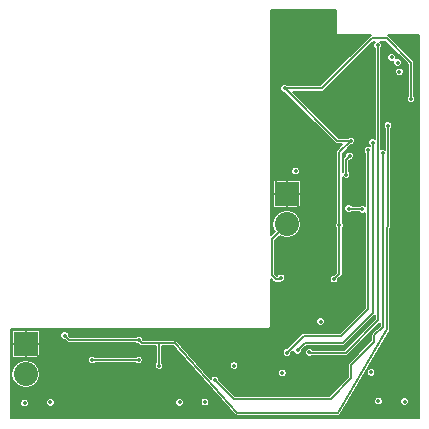
<source format=gbl>
G04 #@! TF.FileFunction,Copper,L4,Bot,Signal*
%FSLAX46Y46*%
G04 Gerber Fmt 4.6, Leading zero omitted, Abs format (unit mm)*
G04 Created by KiCad (PCBNEW (2015-07-20 BZR 5967)-product) date Monday, September 28, 2015 'PMt' 07:14:34 PM*
%MOMM*%
G01*
G04 APERTURE LIST*
%ADD10C,0.100000*%
%ADD11R,2.032000X2.032000*%
%ADD12O,2.032000X2.032000*%
%ADD13C,0.355000*%
%ADD14C,0.127000*%
%ADD15C,0.200000*%
G04 APERTURE END LIST*
D10*
D11*
X173800000Y-96500000D03*
D12*
X173800000Y-99040000D03*
D11*
X151700000Y-109200000D03*
D12*
X151700000Y-111740000D03*
D13*
X161250000Y-112550000D03*
X174613000Y-85029040D03*
X177700000Y-111940000D03*
X180000000Y-104650000D03*
X173300000Y-102650000D03*
X184302400Y-88417400D03*
X169325000Y-111035000D03*
X151590000Y-114200000D03*
X164725000Y-114145000D03*
X181550000Y-114030000D03*
X177800000Y-103700000D03*
X173600000Y-87550000D03*
X179200000Y-92000000D03*
X178250000Y-99150000D03*
X162975000Y-111035000D03*
X155000000Y-108500000D03*
X182350000Y-90700000D03*
X161250000Y-108850000D03*
X161250000Y-110550000D03*
X157300000Y-110550000D03*
X167700000Y-112250000D03*
X181900000Y-93050000D03*
X183330000Y-86160000D03*
X183770000Y-114080000D03*
X183170000Y-85360000D03*
X166860000Y-114110000D03*
X182680000Y-84920000D03*
X153760000Y-114140000D03*
X178816000Y-94843600D03*
X179120800Y-93268800D03*
X179044600Y-97739200D03*
X180187600Y-97790000D03*
X181051200Y-92146120D03*
X174708820Y-109720380D03*
X180662580Y-92801440D03*
X173804580Y-109923580D03*
X181493160Y-83903820D03*
X175701960Y-109888020D03*
X173400000Y-111650000D03*
X180925000Y-111590000D03*
X176660000Y-107290000D03*
X174550000Y-94550000D03*
X173300000Y-103600000D03*
D14*
X153900000Y-111400000D02*
X151700000Y-109200000D01*
X160100000Y-111400000D02*
X153900000Y-111400000D01*
X161250000Y-112550000D02*
X160100000Y-111400000D01*
X172850000Y-95550000D02*
X172850000Y-87450000D01*
X174100000Y-86200000D02*
X172850000Y-87450000D01*
X174100000Y-85542040D02*
X174100000Y-86200000D01*
X174100000Y-85542040D02*
X174613000Y-85029040D01*
X172850000Y-95550000D02*
X173800000Y-96500000D01*
X177700000Y-111940000D02*
X176560000Y-110800000D01*
X176560000Y-110800000D02*
X173500000Y-110800000D01*
X173500000Y-110800000D02*
X172800000Y-110100000D01*
X172800000Y-110100000D02*
X172800000Y-105150000D01*
X172800000Y-105150000D02*
X173350000Y-104600000D01*
X173350000Y-104600000D02*
X175250000Y-104600000D01*
X175200000Y-100750000D02*
X173300000Y-102650000D01*
X175200000Y-100750000D02*
X175200000Y-97900000D01*
X173800000Y-96500000D02*
X175200000Y-97900000D01*
X175250000Y-104600000D02*
X173300000Y-102650000D01*
X179950000Y-104600000D02*
X175250000Y-104600000D01*
X179950000Y-104600000D02*
X180000000Y-104650000D01*
D15*
X173600000Y-87550000D02*
X176762400Y-87550000D01*
X184302400Y-85369400D02*
X184302400Y-88417400D01*
X182245000Y-83312000D02*
X184302400Y-85369400D01*
X181000400Y-83312000D02*
X182245000Y-83312000D01*
X176762400Y-87550000D02*
X181000400Y-83312000D01*
D14*
X178250000Y-103250000D02*
X177800000Y-103700000D01*
D15*
X178250000Y-99150000D02*
X178250000Y-103250000D01*
X179200000Y-92000000D02*
X178050000Y-92000000D01*
X178050000Y-92000000D02*
X173600000Y-87550000D01*
X179200000Y-92000000D02*
X178250000Y-92950000D01*
X178250000Y-92950000D02*
X178250000Y-99150000D01*
D14*
X163000000Y-109150000D02*
X163000000Y-111010000D01*
X163000000Y-111010000D02*
X162975000Y-111035000D01*
X161250000Y-108850000D02*
X155350000Y-108850000D01*
X155350000Y-108850000D02*
X155000000Y-108500000D01*
X182300000Y-107950000D02*
X182350000Y-90700000D01*
X178100000Y-115050000D02*
X182300000Y-107950000D01*
X169600000Y-115000000D02*
X178100000Y-115050000D01*
X164300000Y-109150000D02*
X169600000Y-115000000D01*
X161550000Y-109150000D02*
X163000000Y-109150000D01*
X163000000Y-109150000D02*
X164300000Y-109150000D01*
X161250000Y-108850000D02*
X161550000Y-109150000D01*
X161250000Y-110550000D02*
X157300000Y-110550000D01*
X181200000Y-108450000D02*
X181200000Y-109000000D01*
X181000000Y-109200000D02*
X179250000Y-110950000D01*
X179250000Y-110950000D02*
X179250000Y-112100000D01*
X179250000Y-112100000D02*
X177500000Y-113850000D01*
X177500000Y-113850000D02*
X169300000Y-113850000D01*
X169300000Y-113850000D02*
X167700000Y-112250000D01*
X181900000Y-93050000D02*
X181900000Y-107750000D01*
X181900000Y-107750000D02*
X181200000Y-108450000D01*
X181200000Y-109000000D02*
X181000000Y-109200000D01*
X178816000Y-93573600D02*
X178816000Y-94843600D01*
X179120800Y-93268800D02*
X178816000Y-93573600D01*
X179095400Y-97790000D02*
X180187600Y-97790000D01*
X179044600Y-97739200D02*
X179095400Y-97790000D01*
X181051200Y-106535220D02*
X181051200Y-92146120D01*
X178508660Y-109077760D02*
X181051200Y-106535220D01*
X175351440Y-109077760D02*
X178508660Y-109077760D01*
X174708820Y-109720380D02*
X175351440Y-109077760D01*
X180662580Y-106265980D02*
X180662580Y-92801440D01*
X178412140Y-108516420D02*
X180662580Y-106265980D01*
X175211740Y-108516420D02*
X178412140Y-108516420D01*
X173804580Y-109923580D02*
X175211740Y-108516420D01*
X181493160Y-107198160D02*
X181493160Y-83903820D01*
X178765200Y-109926120D02*
X181493160Y-107198160D01*
X175740060Y-109926120D02*
X178765200Y-109926120D01*
X175701960Y-109888020D02*
X175740060Y-109926120D01*
D15*
X172500000Y-100340000D02*
X173800000Y-99040000D01*
X172500000Y-103350000D02*
X172500000Y-100340000D01*
X172850000Y-103700000D02*
X172500000Y-103350000D01*
X173200000Y-103700000D02*
X172850000Y-103700000D01*
X173300000Y-103600000D02*
X173200000Y-103700000D01*
D14*
G36*
X178044585Y-92744585D02*
X177981613Y-92838830D01*
X177981613Y-92838831D01*
X177959499Y-92950000D01*
X177959500Y-92950005D01*
X177959500Y-98920015D01*
X177938206Y-98941272D01*
X177882064Y-99076479D01*
X177881936Y-99222879D01*
X177937842Y-99358183D01*
X177959500Y-99379879D01*
X177959500Y-103181290D01*
X177808783Y-103332007D01*
X177727121Y-103331936D01*
X177591817Y-103387842D01*
X177488206Y-103491272D01*
X177432064Y-103626479D01*
X177431936Y-103772879D01*
X177487842Y-103908183D01*
X177591272Y-104011794D01*
X177726479Y-104067936D01*
X177872879Y-104068064D01*
X178008183Y-104012158D01*
X178111794Y-103908728D01*
X178167936Y-103773521D01*
X178168008Y-103691202D01*
X178335771Y-103523439D01*
X178361170Y-103518387D01*
X178455415Y-103455415D01*
X178518387Y-103361170D01*
X178540500Y-103250000D01*
X178540500Y-99379985D01*
X178561794Y-99358728D01*
X178617936Y-99223521D01*
X178618064Y-99077121D01*
X178562158Y-98941817D01*
X178540500Y-98920121D01*
X178540500Y-95088505D01*
X178607272Y-95155394D01*
X178742479Y-95211536D01*
X178888879Y-95211664D01*
X179024183Y-95155758D01*
X179127794Y-95052328D01*
X179183936Y-94917121D01*
X179184064Y-94770721D01*
X179128158Y-94635417D01*
X179070000Y-94577157D01*
X179070000Y-93678810D01*
X179112017Y-93636793D01*
X179193679Y-93636864D01*
X179328983Y-93580958D01*
X179432594Y-93477528D01*
X179488736Y-93342321D01*
X179488864Y-93195921D01*
X179432958Y-93060617D01*
X179329528Y-92957006D01*
X179194321Y-92900864D01*
X179047921Y-92900736D01*
X178912617Y-92956642D01*
X178809006Y-93060072D01*
X178752864Y-93195279D01*
X178752792Y-93277598D01*
X178636395Y-93393995D01*
X178581335Y-93476398D01*
X178562000Y-93573600D01*
X178562000Y-94577179D01*
X178540500Y-94598641D01*
X178540500Y-93070330D01*
X179242791Y-92368038D01*
X179272879Y-92368064D01*
X179408183Y-92312158D01*
X179511794Y-92208728D01*
X179567936Y-92073521D01*
X179568064Y-91927121D01*
X179512158Y-91791817D01*
X179408728Y-91688206D01*
X179273521Y-91632064D01*
X179127121Y-91631936D01*
X178991817Y-91687842D01*
X178970121Y-91709500D01*
X178170329Y-91709500D01*
X174301330Y-87840500D01*
X176762395Y-87840500D01*
X176762400Y-87840501D01*
X176855125Y-87822056D01*
X176873570Y-87818387D01*
X176967815Y-87755415D01*
X181120729Y-83602500D01*
X181274120Y-83602500D01*
X181181366Y-83695092D01*
X181125224Y-83830299D01*
X181125096Y-83976699D01*
X181181002Y-84112003D01*
X181239160Y-84170263D01*
X181239160Y-91825703D01*
X181124721Y-91778184D01*
X180978321Y-91778056D01*
X180843017Y-91833962D01*
X180739406Y-91937392D01*
X180683264Y-92072599D01*
X180683136Y-92218999D01*
X180739042Y-92354303D01*
X180797200Y-92412563D01*
X180797200Y-92458874D01*
X180736101Y-92433504D01*
X180589701Y-92433376D01*
X180454397Y-92489282D01*
X180350786Y-92592712D01*
X180294644Y-92727919D01*
X180294516Y-92874319D01*
X180350422Y-93009623D01*
X180408580Y-93067883D01*
X180408580Y-97490479D01*
X180396328Y-97478206D01*
X180261121Y-97422064D01*
X180114721Y-97421936D01*
X179979417Y-97477842D01*
X179921157Y-97536000D01*
X179358817Y-97536000D01*
X179356758Y-97531017D01*
X179253328Y-97427406D01*
X179118121Y-97371264D01*
X178971721Y-97371136D01*
X178836417Y-97427042D01*
X178732806Y-97530472D01*
X178676664Y-97665679D01*
X178676536Y-97812079D01*
X178732442Y-97947383D01*
X178835872Y-98050994D01*
X178971079Y-98107136D01*
X179117479Y-98107264D01*
X179252783Y-98051358D01*
X179260154Y-98044000D01*
X179921179Y-98044000D01*
X179978872Y-98101794D01*
X180114079Y-98157936D01*
X180260479Y-98158064D01*
X180395783Y-98102158D01*
X180408580Y-98089383D01*
X180408580Y-106160770D01*
X178306930Y-108262420D01*
X175211740Y-108262420D01*
X175114539Y-108281754D01*
X175032135Y-108336815D01*
X173813363Y-109555587D01*
X173731701Y-109555516D01*
X173596397Y-109611422D01*
X173492786Y-109714852D01*
X173436644Y-109850059D01*
X173436516Y-109996459D01*
X173492422Y-110131763D01*
X173595852Y-110235374D01*
X173731059Y-110291516D01*
X173877459Y-110291644D01*
X174012763Y-110235738D01*
X174116374Y-110132308D01*
X174172516Y-109997101D01*
X174172588Y-109914782D01*
X174340797Y-109746573D01*
X174340756Y-109793259D01*
X174396662Y-109928563D01*
X174500092Y-110032174D01*
X174635299Y-110088316D01*
X174781699Y-110088444D01*
X174917003Y-110032538D01*
X175020614Y-109929108D01*
X175076756Y-109793901D01*
X175076828Y-109711582D01*
X175456650Y-109331760D01*
X178508660Y-109331760D01*
X178605862Y-109312425D01*
X178688265Y-109257365D01*
X181230805Y-106714825D01*
X181239160Y-106702321D01*
X181239160Y-107092950D01*
X178659990Y-109672120D01*
X176006414Y-109672120D01*
X175910688Y-109576226D01*
X175775481Y-109520084D01*
X175629081Y-109519956D01*
X175493777Y-109575862D01*
X175390166Y-109679292D01*
X175334024Y-109814499D01*
X175333896Y-109960899D01*
X175389802Y-110096203D01*
X175493232Y-110199814D01*
X175628439Y-110255956D01*
X175774839Y-110256084D01*
X175910143Y-110200178D01*
X175930236Y-110180120D01*
X178765200Y-110180120D01*
X178862402Y-110160785D01*
X178944805Y-110105725D01*
X181646000Y-107404530D01*
X181646000Y-107644790D01*
X181020395Y-108270395D01*
X180965335Y-108352798D01*
X180946000Y-108450000D01*
X180946000Y-108894790D01*
X179070395Y-110770395D01*
X179015335Y-110852798D01*
X178996000Y-110950000D01*
X178996000Y-111994790D01*
X177394790Y-113596000D01*
X169405210Y-113596000D01*
X168067993Y-112258783D01*
X168068064Y-112177121D01*
X168012158Y-112041817D01*
X167908728Y-111938206D01*
X167773521Y-111882064D01*
X167627121Y-111881936D01*
X167491817Y-111937842D01*
X167388206Y-112041272D01*
X167348600Y-112136656D01*
X166973726Y-111722879D01*
X173031936Y-111722879D01*
X173087842Y-111858183D01*
X173191272Y-111961794D01*
X173326479Y-112017936D01*
X173472879Y-112018064D01*
X173608183Y-111962158D01*
X173711794Y-111858728D01*
X173767936Y-111723521D01*
X173768064Y-111577121D01*
X173712158Y-111441817D01*
X173608728Y-111338206D01*
X173473521Y-111282064D01*
X173327121Y-111281936D01*
X173191817Y-111337842D01*
X173088206Y-111441272D01*
X173032064Y-111576479D01*
X173031936Y-111722879D01*
X166973726Y-111722879D01*
X166416546Y-111107879D01*
X168956936Y-111107879D01*
X169012842Y-111243183D01*
X169116272Y-111346794D01*
X169251479Y-111402936D01*
X169397879Y-111403064D01*
X169533183Y-111347158D01*
X169636794Y-111243728D01*
X169692936Y-111108521D01*
X169693064Y-110962121D01*
X169637158Y-110826817D01*
X169533728Y-110723206D01*
X169398521Y-110667064D01*
X169252121Y-110666936D01*
X169116817Y-110722842D01*
X169013206Y-110826272D01*
X168957064Y-110961479D01*
X168956936Y-111107879D01*
X166416546Y-111107879D01*
X164488236Y-108979462D01*
X164483134Y-108975677D01*
X164479605Y-108970395D01*
X164443509Y-108946276D01*
X164408644Y-108920408D01*
X164402483Y-108918863D01*
X164397202Y-108915335D01*
X164354623Y-108906865D01*
X164312514Y-108896309D01*
X164306232Y-108897240D01*
X164300000Y-108896000D01*
X161655210Y-108896000D01*
X161617993Y-108858783D01*
X161618064Y-108777121D01*
X161562158Y-108641817D01*
X161458728Y-108538206D01*
X161323521Y-108482064D01*
X161177121Y-108481936D01*
X161041817Y-108537842D01*
X160983557Y-108596000D01*
X155455210Y-108596000D01*
X155367993Y-108508783D01*
X155368064Y-108427121D01*
X155312158Y-108291817D01*
X155208728Y-108188206D01*
X155073521Y-108132064D01*
X154927121Y-108131936D01*
X154791817Y-108187842D01*
X154688206Y-108291272D01*
X154632064Y-108426479D01*
X154631936Y-108572879D01*
X154687842Y-108708183D01*
X154791272Y-108811794D01*
X154926479Y-108867936D01*
X155008798Y-108868008D01*
X155170395Y-109029605D01*
X155252799Y-109084666D01*
X155350000Y-109104000D01*
X160983579Y-109104000D01*
X161041272Y-109161794D01*
X161176479Y-109217936D01*
X161258798Y-109218008D01*
X161370395Y-109329605D01*
X161452798Y-109384665D01*
X161550000Y-109404000D01*
X162746000Y-109404000D01*
X162746000Y-110743623D01*
X162663206Y-110826272D01*
X162607064Y-110961479D01*
X162606936Y-111107879D01*
X162662842Y-111243183D01*
X162766272Y-111346794D01*
X162901479Y-111402936D01*
X163047879Y-111403064D01*
X163183183Y-111347158D01*
X163286794Y-111243728D01*
X163342936Y-111108521D01*
X163343064Y-110962121D01*
X163287158Y-110826817D01*
X163254000Y-110793601D01*
X163254000Y-109404000D01*
X164187379Y-109404000D01*
X169411764Y-115170539D01*
X169416262Y-115173876D01*
X169419342Y-115178545D01*
X169455890Y-115203278D01*
X169491356Y-115229592D01*
X169496785Y-115230953D01*
X169501419Y-115234089D01*
X169544656Y-115242955D01*
X169587486Y-115253692D01*
X169593023Y-115252872D01*
X169598506Y-115253996D01*
X178098506Y-115303996D01*
X178130555Y-115297817D01*
X178163140Y-115296027D01*
X178178781Y-115288518D01*
X178195820Y-115285233D01*
X178223063Y-115267260D01*
X178252483Y-115253137D01*
X178264061Y-115240213D01*
X178278545Y-115230658D01*
X178296835Y-115203631D01*
X178318614Y-115179321D01*
X178955382Y-114102879D01*
X181181936Y-114102879D01*
X181237842Y-114238183D01*
X181341272Y-114341794D01*
X181476479Y-114397936D01*
X181622879Y-114398064D01*
X181758183Y-114342158D01*
X181861794Y-114238728D01*
X181897441Y-114152879D01*
X183401936Y-114152879D01*
X183457842Y-114288183D01*
X183561272Y-114391794D01*
X183696479Y-114447936D01*
X183842879Y-114448064D01*
X183978183Y-114392158D01*
X184081794Y-114288728D01*
X184137936Y-114153521D01*
X184138064Y-114007121D01*
X184082158Y-113871817D01*
X183978728Y-113768206D01*
X183843521Y-113712064D01*
X183697121Y-113711936D01*
X183561817Y-113767842D01*
X183458206Y-113871272D01*
X183402064Y-114006479D01*
X183401936Y-114152879D01*
X181897441Y-114152879D01*
X181917936Y-114103521D01*
X181918064Y-113957121D01*
X181862158Y-113821817D01*
X181758728Y-113718206D01*
X181623521Y-113662064D01*
X181477121Y-113661936D01*
X181341817Y-113717842D01*
X181238206Y-113821272D01*
X181182064Y-113956479D01*
X181181936Y-114102879D01*
X178955382Y-114102879D01*
X180398762Y-111662879D01*
X180556936Y-111662879D01*
X180612842Y-111798183D01*
X180716272Y-111901794D01*
X180851479Y-111957936D01*
X180997879Y-111958064D01*
X181133183Y-111902158D01*
X181236794Y-111798728D01*
X181292936Y-111663521D01*
X181293064Y-111517121D01*
X181237158Y-111381817D01*
X181133728Y-111278206D01*
X180998521Y-111222064D01*
X180852121Y-111221936D01*
X180716817Y-111277842D01*
X180613206Y-111381272D01*
X180557064Y-111516479D01*
X180556936Y-111662879D01*
X180398762Y-111662879D01*
X182518614Y-108079321D01*
X182524490Y-108062594D01*
X182534382Y-108047882D01*
X182540768Y-108016259D01*
X182551462Y-107985817D01*
X182550490Y-107968114D01*
X182553999Y-107950736D01*
X182603227Y-90967193D01*
X182661794Y-90908728D01*
X182717936Y-90773521D01*
X182718064Y-90627121D01*
X182662158Y-90491817D01*
X182558728Y-90388206D01*
X182423521Y-90332064D01*
X182277121Y-90331936D01*
X182141817Y-90387842D01*
X182038206Y-90491272D01*
X181982064Y-90626479D01*
X181981936Y-90772879D01*
X182037842Y-90908183D01*
X182095229Y-90965670D01*
X182090113Y-92730477D01*
X181973521Y-92682064D01*
X181827121Y-92681936D01*
X181747160Y-92714975D01*
X181747160Y-86232879D01*
X182961936Y-86232879D01*
X183017842Y-86368183D01*
X183121272Y-86471794D01*
X183256479Y-86527936D01*
X183402879Y-86528064D01*
X183538183Y-86472158D01*
X183641794Y-86368728D01*
X183697936Y-86233521D01*
X183698064Y-86087121D01*
X183642158Y-85951817D01*
X183538728Y-85848206D01*
X183403521Y-85792064D01*
X183257121Y-85791936D01*
X183121817Y-85847842D01*
X183018206Y-85951272D01*
X182962064Y-86086479D01*
X182961936Y-86232879D01*
X181747160Y-86232879D01*
X181747160Y-84992879D01*
X182311936Y-84992879D01*
X182367842Y-85128183D01*
X182471272Y-85231794D01*
X182606479Y-85287936D01*
X182752879Y-85288064D01*
X182811456Y-85263861D01*
X182802064Y-85286479D01*
X182801936Y-85432879D01*
X182857842Y-85568183D01*
X182961272Y-85671794D01*
X183096479Y-85727936D01*
X183242879Y-85728064D01*
X183378183Y-85672158D01*
X183481794Y-85568728D01*
X183537936Y-85433521D01*
X183538064Y-85287121D01*
X183482158Y-85151817D01*
X183378728Y-85048206D01*
X183243521Y-84992064D01*
X183097121Y-84991936D01*
X183038544Y-85016139D01*
X183047936Y-84993521D01*
X183048064Y-84847121D01*
X182992158Y-84711817D01*
X182888728Y-84608206D01*
X182753521Y-84552064D01*
X182607121Y-84551936D01*
X182471817Y-84607842D01*
X182368206Y-84711272D01*
X182312064Y-84846479D01*
X182311936Y-84992879D01*
X181747160Y-84992879D01*
X181747160Y-84170241D01*
X181804954Y-84112548D01*
X181861096Y-83977341D01*
X181861224Y-83830941D01*
X181805318Y-83695637D01*
X181712344Y-83602500D01*
X182124670Y-83602500D01*
X184011900Y-85489730D01*
X184011900Y-88187415D01*
X183990606Y-88208672D01*
X183934464Y-88343879D01*
X183934336Y-88490279D01*
X183990242Y-88625583D01*
X184093672Y-88729194D01*
X184228879Y-88785336D01*
X184375279Y-88785464D01*
X184510583Y-88729558D01*
X184614194Y-88626128D01*
X184670336Y-88490921D01*
X184670464Y-88344521D01*
X184614558Y-88209217D01*
X184592900Y-88187521D01*
X184592900Y-85369405D01*
X184592901Y-85369400D01*
X184570787Y-85258231D01*
X184570787Y-85258230D01*
X184507815Y-85163985D01*
X182450415Y-83106585D01*
X182356170Y-83043613D01*
X182355602Y-83043500D01*
X184959500Y-83043500D01*
X184959500Y-115459500D01*
X150440500Y-115459500D01*
X150440500Y-114272879D01*
X151221936Y-114272879D01*
X151277842Y-114408183D01*
X151381272Y-114511794D01*
X151516479Y-114567936D01*
X151662879Y-114568064D01*
X151798183Y-114512158D01*
X151901794Y-114408728D01*
X151957936Y-114273521D01*
X151957989Y-114212879D01*
X153391936Y-114212879D01*
X153447842Y-114348183D01*
X153551272Y-114451794D01*
X153686479Y-114507936D01*
X153832879Y-114508064D01*
X153968183Y-114452158D01*
X154071794Y-114348728D01*
X154126126Y-114217879D01*
X164356936Y-114217879D01*
X164412842Y-114353183D01*
X164516272Y-114456794D01*
X164651479Y-114512936D01*
X164797879Y-114513064D01*
X164933183Y-114457158D01*
X165036794Y-114353728D01*
X165092936Y-114218521D01*
X165092967Y-114182879D01*
X166491936Y-114182879D01*
X166547842Y-114318183D01*
X166651272Y-114421794D01*
X166786479Y-114477936D01*
X166932879Y-114478064D01*
X167068183Y-114422158D01*
X167171794Y-114318728D01*
X167227936Y-114183521D01*
X167228064Y-114037121D01*
X167172158Y-113901817D01*
X167068728Y-113798206D01*
X166933521Y-113742064D01*
X166787121Y-113741936D01*
X166651817Y-113797842D01*
X166548206Y-113901272D01*
X166492064Y-114036479D01*
X166491936Y-114182879D01*
X165092967Y-114182879D01*
X165093064Y-114072121D01*
X165037158Y-113936817D01*
X164933728Y-113833206D01*
X164798521Y-113777064D01*
X164652121Y-113776936D01*
X164516817Y-113832842D01*
X164413206Y-113936272D01*
X164357064Y-114071479D01*
X164356936Y-114217879D01*
X154126126Y-114217879D01*
X154127936Y-114213521D01*
X154128064Y-114067121D01*
X154072158Y-113931817D01*
X153968728Y-113828206D01*
X153833521Y-113772064D01*
X153687121Y-113771936D01*
X153551817Y-113827842D01*
X153448206Y-113931272D01*
X153392064Y-114066479D01*
X153391936Y-114212879D01*
X151957989Y-114212879D01*
X151958064Y-114127121D01*
X151902158Y-113991817D01*
X151798728Y-113888206D01*
X151663521Y-113832064D01*
X151517121Y-113831936D01*
X151381817Y-113887842D01*
X151278206Y-113991272D01*
X151222064Y-114126479D01*
X151221936Y-114272879D01*
X150440500Y-114272879D01*
X150440500Y-111740000D01*
X150469863Y-111740000D01*
X150561702Y-112201708D01*
X150823239Y-112593124D01*
X151214655Y-112854661D01*
X151676363Y-112946500D01*
X151723637Y-112946500D01*
X152185345Y-112854661D01*
X152576761Y-112593124D01*
X152838298Y-112201708D01*
X152930137Y-111740000D01*
X152838298Y-111278292D01*
X152576761Y-110886876D01*
X152185345Y-110625339D01*
X152172978Y-110622879D01*
X156931936Y-110622879D01*
X156987842Y-110758183D01*
X157091272Y-110861794D01*
X157226479Y-110917936D01*
X157372879Y-110918064D01*
X157508183Y-110862158D01*
X157566443Y-110804000D01*
X160983579Y-110804000D01*
X161041272Y-110861794D01*
X161176479Y-110917936D01*
X161322879Y-110918064D01*
X161458183Y-110862158D01*
X161561794Y-110758728D01*
X161617936Y-110623521D01*
X161618064Y-110477121D01*
X161562158Y-110341817D01*
X161458728Y-110238206D01*
X161323521Y-110182064D01*
X161177121Y-110181936D01*
X161041817Y-110237842D01*
X160983557Y-110296000D01*
X157566421Y-110296000D01*
X157508728Y-110238206D01*
X157373521Y-110182064D01*
X157227121Y-110181936D01*
X157091817Y-110237842D01*
X156988206Y-110341272D01*
X156932064Y-110476479D01*
X156931936Y-110622879D01*
X152172978Y-110622879D01*
X151723637Y-110533500D01*
X151676363Y-110533500D01*
X151214655Y-110625339D01*
X150823239Y-110886876D01*
X150561702Y-111278292D01*
X150469863Y-111740000D01*
X150440500Y-111740000D01*
X150440500Y-109248375D01*
X150492500Y-109248375D01*
X150492500Y-110254091D01*
X150521654Y-110324476D01*
X150575524Y-110378346D01*
X150645908Y-110407500D01*
X151651625Y-110407500D01*
X151699500Y-110359625D01*
X151699500Y-109200500D01*
X151700500Y-109200500D01*
X151700500Y-110359625D01*
X151748375Y-110407500D01*
X152754092Y-110407500D01*
X152824476Y-110378346D01*
X152878346Y-110324476D01*
X152907500Y-110254091D01*
X152907500Y-109248375D01*
X152859625Y-109200500D01*
X151700500Y-109200500D01*
X151699500Y-109200500D01*
X151699500Y-109200500D01*
X150540375Y-109200500D01*
X150492500Y-109248375D01*
X150440500Y-109248375D01*
X150440500Y-108145909D01*
X150492500Y-108145909D01*
X150492500Y-109151625D01*
X150540375Y-109199500D01*
X151699500Y-109199500D01*
X151699500Y-108040375D01*
X151700500Y-108040375D01*
X151700500Y-109199500D01*
X152859625Y-109199500D01*
X152907500Y-109151625D01*
X152907500Y-108145909D01*
X152878346Y-108075524D01*
X152824476Y-108021654D01*
X152754092Y-107992500D01*
X151748375Y-107992500D01*
X151700500Y-108040375D01*
X151699500Y-108040375D01*
X151699500Y-108040375D01*
X151651625Y-107992500D01*
X150645908Y-107992500D01*
X150575524Y-108021654D01*
X150521654Y-108075524D01*
X150492500Y-108145909D01*
X150440500Y-108145909D01*
X150440500Y-107940500D01*
X172200000Y-107940500D01*
X172292035Y-107922193D01*
X172370059Y-107870059D01*
X172422193Y-107792035D01*
X172440500Y-107700000D01*
X172440500Y-107362879D01*
X176291936Y-107362879D01*
X176347842Y-107498183D01*
X176451272Y-107601794D01*
X176586479Y-107657936D01*
X176732879Y-107658064D01*
X176868183Y-107602158D01*
X176971794Y-107498728D01*
X177027936Y-107363521D01*
X177028064Y-107217121D01*
X176972158Y-107081817D01*
X176868728Y-106978206D01*
X176733521Y-106922064D01*
X176587121Y-106921936D01*
X176451817Y-106977842D01*
X176348206Y-107081272D01*
X176292064Y-107216479D01*
X176291936Y-107362879D01*
X172440500Y-107362879D01*
X172440500Y-103701330D01*
X172644583Y-103905412D01*
X172644585Y-103905415D01*
X172688361Y-103934665D01*
X172738831Y-103968388D01*
X172850000Y-103990501D01*
X172850005Y-103990500D01*
X173199995Y-103990500D01*
X173200000Y-103990501D01*
X173292725Y-103972056D01*
X173311170Y-103968387D01*
X173311733Y-103968011D01*
X173372879Y-103968064D01*
X173508183Y-103912158D01*
X173611794Y-103808728D01*
X173667936Y-103673521D01*
X173668064Y-103527121D01*
X173612158Y-103391817D01*
X173508728Y-103288206D01*
X173373521Y-103232064D01*
X173227121Y-103231936D01*
X173091817Y-103287842D01*
X172988206Y-103391272D01*
X172980637Y-103409500D01*
X172970329Y-103409500D01*
X172790500Y-103229670D01*
X172790500Y-100460330D01*
X173183682Y-100067147D01*
X173314655Y-100154661D01*
X173776363Y-100246500D01*
X173823637Y-100246500D01*
X174285345Y-100154661D01*
X174676761Y-99893124D01*
X174938298Y-99501708D01*
X175030137Y-99040000D01*
X174938298Y-98578292D01*
X174676761Y-98186876D01*
X174285345Y-97925339D01*
X173823637Y-97833500D01*
X173776363Y-97833500D01*
X173314655Y-97925339D01*
X172923239Y-98186876D01*
X172661702Y-98578292D01*
X172569863Y-99040000D01*
X172661702Y-99501708D01*
X172768151Y-99661019D01*
X172440500Y-99988670D01*
X172440500Y-96548375D01*
X172592500Y-96548375D01*
X172592500Y-97554091D01*
X172621654Y-97624476D01*
X172675524Y-97678346D01*
X172745908Y-97707500D01*
X173751625Y-97707500D01*
X173799500Y-97659625D01*
X173799500Y-96500500D01*
X173800500Y-96500500D01*
X173800500Y-97659625D01*
X173848375Y-97707500D01*
X174854092Y-97707500D01*
X174924476Y-97678346D01*
X174978346Y-97624476D01*
X175007500Y-97554091D01*
X175007500Y-96548375D01*
X174959625Y-96500500D01*
X173800500Y-96500500D01*
X173799500Y-96500500D01*
X173799500Y-96500500D01*
X172640375Y-96500500D01*
X172592500Y-96548375D01*
X172440500Y-96548375D01*
X172440500Y-95445909D01*
X172592500Y-95445909D01*
X172592500Y-96451625D01*
X172640375Y-96499500D01*
X173799500Y-96499500D01*
X173799500Y-95340375D01*
X173800500Y-95340375D01*
X173800500Y-96499500D01*
X174959625Y-96499500D01*
X175007500Y-96451625D01*
X175007500Y-95445909D01*
X174978346Y-95375524D01*
X174924476Y-95321654D01*
X174854092Y-95292500D01*
X173848375Y-95292500D01*
X173800500Y-95340375D01*
X173799500Y-95340375D01*
X173799500Y-95340375D01*
X173751625Y-95292500D01*
X172745908Y-95292500D01*
X172675524Y-95321654D01*
X172621654Y-95375524D01*
X172592500Y-95445909D01*
X172440500Y-95445909D01*
X172440500Y-94622879D01*
X174181936Y-94622879D01*
X174237842Y-94758183D01*
X174341272Y-94861794D01*
X174476479Y-94917936D01*
X174622879Y-94918064D01*
X174758183Y-94862158D01*
X174861794Y-94758728D01*
X174917936Y-94623521D01*
X174918064Y-94477121D01*
X174862158Y-94341817D01*
X174758728Y-94238206D01*
X174623521Y-94182064D01*
X174477121Y-94181936D01*
X174341817Y-94237842D01*
X174238206Y-94341272D01*
X174182064Y-94476479D01*
X174181936Y-94622879D01*
X172440500Y-94622879D01*
X172440500Y-80940500D01*
X177966500Y-80940500D01*
X177966500Y-82980000D01*
X177971334Y-83004300D01*
X177985099Y-83024901D01*
X178005700Y-83038666D01*
X178030000Y-83043500D01*
X180889798Y-83043500D01*
X180889230Y-83043613D01*
X180794985Y-83106585D01*
X180794983Y-83106588D01*
X176642070Y-87259500D01*
X173829985Y-87259500D01*
X173808728Y-87238206D01*
X173673521Y-87182064D01*
X173527121Y-87181936D01*
X173391817Y-87237842D01*
X173288206Y-87341272D01*
X173232064Y-87476479D01*
X173231936Y-87622879D01*
X173287842Y-87758183D01*
X173391272Y-87861794D01*
X173526479Y-87917936D01*
X173557133Y-87917963D01*
X177844583Y-92205412D01*
X177844585Y-92205415D01*
X177938830Y-92268387D01*
X178050000Y-92290500D01*
X178498670Y-92290500D01*
X178044585Y-92744585D01*
X178044585Y-92744585D01*
G37*
X178044585Y-92744585D02*
X177981613Y-92838830D01*
X177981613Y-92838831D01*
X177959499Y-92950000D01*
X177959500Y-92950005D01*
X177959500Y-98920015D01*
X177938206Y-98941272D01*
X177882064Y-99076479D01*
X177881936Y-99222879D01*
X177937842Y-99358183D01*
X177959500Y-99379879D01*
X177959500Y-103181290D01*
X177808783Y-103332007D01*
X177727121Y-103331936D01*
X177591817Y-103387842D01*
X177488206Y-103491272D01*
X177432064Y-103626479D01*
X177431936Y-103772879D01*
X177487842Y-103908183D01*
X177591272Y-104011794D01*
X177726479Y-104067936D01*
X177872879Y-104068064D01*
X178008183Y-104012158D01*
X178111794Y-103908728D01*
X178167936Y-103773521D01*
X178168008Y-103691202D01*
X178335771Y-103523439D01*
X178361170Y-103518387D01*
X178455415Y-103455415D01*
X178518387Y-103361170D01*
X178540500Y-103250000D01*
X178540500Y-99379985D01*
X178561794Y-99358728D01*
X178617936Y-99223521D01*
X178618064Y-99077121D01*
X178562158Y-98941817D01*
X178540500Y-98920121D01*
X178540500Y-95088505D01*
X178607272Y-95155394D01*
X178742479Y-95211536D01*
X178888879Y-95211664D01*
X179024183Y-95155758D01*
X179127794Y-95052328D01*
X179183936Y-94917121D01*
X179184064Y-94770721D01*
X179128158Y-94635417D01*
X179070000Y-94577157D01*
X179070000Y-93678810D01*
X179112017Y-93636793D01*
X179193679Y-93636864D01*
X179328983Y-93580958D01*
X179432594Y-93477528D01*
X179488736Y-93342321D01*
X179488864Y-93195921D01*
X179432958Y-93060617D01*
X179329528Y-92957006D01*
X179194321Y-92900864D01*
X179047921Y-92900736D01*
X178912617Y-92956642D01*
X178809006Y-93060072D01*
X178752864Y-93195279D01*
X178752792Y-93277598D01*
X178636395Y-93393995D01*
X178581335Y-93476398D01*
X178562000Y-93573600D01*
X178562000Y-94577179D01*
X178540500Y-94598641D01*
X178540500Y-93070330D01*
X179242791Y-92368038D01*
X179272879Y-92368064D01*
X179408183Y-92312158D01*
X179511794Y-92208728D01*
X179567936Y-92073521D01*
X179568064Y-91927121D01*
X179512158Y-91791817D01*
X179408728Y-91688206D01*
X179273521Y-91632064D01*
X179127121Y-91631936D01*
X178991817Y-91687842D01*
X178970121Y-91709500D01*
X178170329Y-91709500D01*
X174301330Y-87840500D01*
X176762395Y-87840500D01*
X176762400Y-87840501D01*
X176855125Y-87822056D01*
X176873570Y-87818387D01*
X176967815Y-87755415D01*
X181120729Y-83602500D01*
X181274120Y-83602500D01*
X181181366Y-83695092D01*
X181125224Y-83830299D01*
X181125096Y-83976699D01*
X181181002Y-84112003D01*
X181239160Y-84170263D01*
X181239160Y-91825703D01*
X181124721Y-91778184D01*
X180978321Y-91778056D01*
X180843017Y-91833962D01*
X180739406Y-91937392D01*
X180683264Y-92072599D01*
X180683136Y-92218999D01*
X180739042Y-92354303D01*
X180797200Y-92412563D01*
X180797200Y-92458874D01*
X180736101Y-92433504D01*
X180589701Y-92433376D01*
X180454397Y-92489282D01*
X180350786Y-92592712D01*
X180294644Y-92727919D01*
X180294516Y-92874319D01*
X180350422Y-93009623D01*
X180408580Y-93067883D01*
X180408580Y-97490479D01*
X180396328Y-97478206D01*
X180261121Y-97422064D01*
X180114721Y-97421936D01*
X179979417Y-97477842D01*
X179921157Y-97536000D01*
X179358817Y-97536000D01*
X179356758Y-97531017D01*
X179253328Y-97427406D01*
X179118121Y-97371264D01*
X178971721Y-97371136D01*
X178836417Y-97427042D01*
X178732806Y-97530472D01*
X178676664Y-97665679D01*
X178676536Y-97812079D01*
X178732442Y-97947383D01*
X178835872Y-98050994D01*
X178971079Y-98107136D01*
X179117479Y-98107264D01*
X179252783Y-98051358D01*
X179260154Y-98044000D01*
X179921179Y-98044000D01*
X179978872Y-98101794D01*
X180114079Y-98157936D01*
X180260479Y-98158064D01*
X180395783Y-98102158D01*
X180408580Y-98089383D01*
X180408580Y-106160770D01*
X178306930Y-108262420D01*
X175211740Y-108262420D01*
X175114539Y-108281754D01*
X175032135Y-108336815D01*
X173813363Y-109555587D01*
X173731701Y-109555516D01*
X173596397Y-109611422D01*
X173492786Y-109714852D01*
X173436644Y-109850059D01*
X173436516Y-109996459D01*
X173492422Y-110131763D01*
X173595852Y-110235374D01*
X173731059Y-110291516D01*
X173877459Y-110291644D01*
X174012763Y-110235738D01*
X174116374Y-110132308D01*
X174172516Y-109997101D01*
X174172588Y-109914782D01*
X174340797Y-109746573D01*
X174340756Y-109793259D01*
X174396662Y-109928563D01*
X174500092Y-110032174D01*
X174635299Y-110088316D01*
X174781699Y-110088444D01*
X174917003Y-110032538D01*
X175020614Y-109929108D01*
X175076756Y-109793901D01*
X175076828Y-109711582D01*
X175456650Y-109331760D01*
X178508660Y-109331760D01*
X178605862Y-109312425D01*
X178688265Y-109257365D01*
X181230805Y-106714825D01*
X181239160Y-106702321D01*
X181239160Y-107092950D01*
X178659990Y-109672120D01*
X176006414Y-109672120D01*
X175910688Y-109576226D01*
X175775481Y-109520084D01*
X175629081Y-109519956D01*
X175493777Y-109575862D01*
X175390166Y-109679292D01*
X175334024Y-109814499D01*
X175333896Y-109960899D01*
X175389802Y-110096203D01*
X175493232Y-110199814D01*
X175628439Y-110255956D01*
X175774839Y-110256084D01*
X175910143Y-110200178D01*
X175930236Y-110180120D01*
X178765200Y-110180120D01*
X178862402Y-110160785D01*
X178944805Y-110105725D01*
X181646000Y-107404530D01*
X181646000Y-107644790D01*
X181020395Y-108270395D01*
X180965335Y-108352798D01*
X180946000Y-108450000D01*
X180946000Y-108894790D01*
X179070395Y-110770395D01*
X179015335Y-110852798D01*
X178996000Y-110950000D01*
X178996000Y-111994790D01*
X177394790Y-113596000D01*
X169405210Y-113596000D01*
X168067993Y-112258783D01*
X168068064Y-112177121D01*
X168012158Y-112041817D01*
X167908728Y-111938206D01*
X167773521Y-111882064D01*
X167627121Y-111881936D01*
X167491817Y-111937842D01*
X167388206Y-112041272D01*
X167348600Y-112136656D01*
X166973726Y-111722879D01*
X173031936Y-111722879D01*
X173087842Y-111858183D01*
X173191272Y-111961794D01*
X173326479Y-112017936D01*
X173472879Y-112018064D01*
X173608183Y-111962158D01*
X173711794Y-111858728D01*
X173767936Y-111723521D01*
X173768064Y-111577121D01*
X173712158Y-111441817D01*
X173608728Y-111338206D01*
X173473521Y-111282064D01*
X173327121Y-111281936D01*
X173191817Y-111337842D01*
X173088206Y-111441272D01*
X173032064Y-111576479D01*
X173031936Y-111722879D01*
X166973726Y-111722879D01*
X166416546Y-111107879D01*
X168956936Y-111107879D01*
X169012842Y-111243183D01*
X169116272Y-111346794D01*
X169251479Y-111402936D01*
X169397879Y-111403064D01*
X169533183Y-111347158D01*
X169636794Y-111243728D01*
X169692936Y-111108521D01*
X169693064Y-110962121D01*
X169637158Y-110826817D01*
X169533728Y-110723206D01*
X169398521Y-110667064D01*
X169252121Y-110666936D01*
X169116817Y-110722842D01*
X169013206Y-110826272D01*
X168957064Y-110961479D01*
X168956936Y-111107879D01*
X166416546Y-111107879D01*
X164488236Y-108979462D01*
X164483134Y-108975677D01*
X164479605Y-108970395D01*
X164443509Y-108946276D01*
X164408644Y-108920408D01*
X164402483Y-108918863D01*
X164397202Y-108915335D01*
X164354623Y-108906865D01*
X164312514Y-108896309D01*
X164306232Y-108897240D01*
X164300000Y-108896000D01*
X161655210Y-108896000D01*
X161617993Y-108858783D01*
X161618064Y-108777121D01*
X161562158Y-108641817D01*
X161458728Y-108538206D01*
X161323521Y-108482064D01*
X161177121Y-108481936D01*
X161041817Y-108537842D01*
X160983557Y-108596000D01*
X155455210Y-108596000D01*
X155367993Y-108508783D01*
X155368064Y-108427121D01*
X155312158Y-108291817D01*
X155208728Y-108188206D01*
X155073521Y-108132064D01*
X154927121Y-108131936D01*
X154791817Y-108187842D01*
X154688206Y-108291272D01*
X154632064Y-108426479D01*
X154631936Y-108572879D01*
X154687842Y-108708183D01*
X154791272Y-108811794D01*
X154926479Y-108867936D01*
X155008798Y-108868008D01*
X155170395Y-109029605D01*
X155252799Y-109084666D01*
X155350000Y-109104000D01*
X160983579Y-109104000D01*
X161041272Y-109161794D01*
X161176479Y-109217936D01*
X161258798Y-109218008D01*
X161370395Y-109329605D01*
X161452798Y-109384665D01*
X161550000Y-109404000D01*
X162746000Y-109404000D01*
X162746000Y-110743623D01*
X162663206Y-110826272D01*
X162607064Y-110961479D01*
X162606936Y-111107879D01*
X162662842Y-111243183D01*
X162766272Y-111346794D01*
X162901479Y-111402936D01*
X163047879Y-111403064D01*
X163183183Y-111347158D01*
X163286794Y-111243728D01*
X163342936Y-111108521D01*
X163343064Y-110962121D01*
X163287158Y-110826817D01*
X163254000Y-110793601D01*
X163254000Y-109404000D01*
X164187379Y-109404000D01*
X169411764Y-115170539D01*
X169416262Y-115173876D01*
X169419342Y-115178545D01*
X169455890Y-115203278D01*
X169491356Y-115229592D01*
X169496785Y-115230953D01*
X169501419Y-115234089D01*
X169544656Y-115242955D01*
X169587486Y-115253692D01*
X169593023Y-115252872D01*
X169598506Y-115253996D01*
X178098506Y-115303996D01*
X178130555Y-115297817D01*
X178163140Y-115296027D01*
X178178781Y-115288518D01*
X178195820Y-115285233D01*
X178223063Y-115267260D01*
X178252483Y-115253137D01*
X178264061Y-115240213D01*
X178278545Y-115230658D01*
X178296835Y-115203631D01*
X178318614Y-115179321D01*
X178955382Y-114102879D01*
X181181936Y-114102879D01*
X181237842Y-114238183D01*
X181341272Y-114341794D01*
X181476479Y-114397936D01*
X181622879Y-114398064D01*
X181758183Y-114342158D01*
X181861794Y-114238728D01*
X181897441Y-114152879D01*
X183401936Y-114152879D01*
X183457842Y-114288183D01*
X183561272Y-114391794D01*
X183696479Y-114447936D01*
X183842879Y-114448064D01*
X183978183Y-114392158D01*
X184081794Y-114288728D01*
X184137936Y-114153521D01*
X184138064Y-114007121D01*
X184082158Y-113871817D01*
X183978728Y-113768206D01*
X183843521Y-113712064D01*
X183697121Y-113711936D01*
X183561817Y-113767842D01*
X183458206Y-113871272D01*
X183402064Y-114006479D01*
X183401936Y-114152879D01*
X181897441Y-114152879D01*
X181917936Y-114103521D01*
X181918064Y-113957121D01*
X181862158Y-113821817D01*
X181758728Y-113718206D01*
X181623521Y-113662064D01*
X181477121Y-113661936D01*
X181341817Y-113717842D01*
X181238206Y-113821272D01*
X181182064Y-113956479D01*
X181181936Y-114102879D01*
X178955382Y-114102879D01*
X180398762Y-111662879D01*
X180556936Y-111662879D01*
X180612842Y-111798183D01*
X180716272Y-111901794D01*
X180851479Y-111957936D01*
X180997879Y-111958064D01*
X181133183Y-111902158D01*
X181236794Y-111798728D01*
X181292936Y-111663521D01*
X181293064Y-111517121D01*
X181237158Y-111381817D01*
X181133728Y-111278206D01*
X180998521Y-111222064D01*
X180852121Y-111221936D01*
X180716817Y-111277842D01*
X180613206Y-111381272D01*
X180557064Y-111516479D01*
X180556936Y-111662879D01*
X180398762Y-111662879D01*
X182518614Y-108079321D01*
X182524490Y-108062594D01*
X182534382Y-108047882D01*
X182540768Y-108016259D01*
X182551462Y-107985817D01*
X182550490Y-107968114D01*
X182553999Y-107950736D01*
X182603227Y-90967193D01*
X182661794Y-90908728D01*
X182717936Y-90773521D01*
X182718064Y-90627121D01*
X182662158Y-90491817D01*
X182558728Y-90388206D01*
X182423521Y-90332064D01*
X182277121Y-90331936D01*
X182141817Y-90387842D01*
X182038206Y-90491272D01*
X181982064Y-90626479D01*
X181981936Y-90772879D01*
X182037842Y-90908183D01*
X182095229Y-90965670D01*
X182090113Y-92730477D01*
X181973521Y-92682064D01*
X181827121Y-92681936D01*
X181747160Y-92714975D01*
X181747160Y-86232879D01*
X182961936Y-86232879D01*
X183017842Y-86368183D01*
X183121272Y-86471794D01*
X183256479Y-86527936D01*
X183402879Y-86528064D01*
X183538183Y-86472158D01*
X183641794Y-86368728D01*
X183697936Y-86233521D01*
X183698064Y-86087121D01*
X183642158Y-85951817D01*
X183538728Y-85848206D01*
X183403521Y-85792064D01*
X183257121Y-85791936D01*
X183121817Y-85847842D01*
X183018206Y-85951272D01*
X182962064Y-86086479D01*
X182961936Y-86232879D01*
X181747160Y-86232879D01*
X181747160Y-84992879D01*
X182311936Y-84992879D01*
X182367842Y-85128183D01*
X182471272Y-85231794D01*
X182606479Y-85287936D01*
X182752879Y-85288064D01*
X182811456Y-85263861D01*
X182802064Y-85286479D01*
X182801936Y-85432879D01*
X182857842Y-85568183D01*
X182961272Y-85671794D01*
X183096479Y-85727936D01*
X183242879Y-85728064D01*
X183378183Y-85672158D01*
X183481794Y-85568728D01*
X183537936Y-85433521D01*
X183538064Y-85287121D01*
X183482158Y-85151817D01*
X183378728Y-85048206D01*
X183243521Y-84992064D01*
X183097121Y-84991936D01*
X183038544Y-85016139D01*
X183047936Y-84993521D01*
X183048064Y-84847121D01*
X182992158Y-84711817D01*
X182888728Y-84608206D01*
X182753521Y-84552064D01*
X182607121Y-84551936D01*
X182471817Y-84607842D01*
X182368206Y-84711272D01*
X182312064Y-84846479D01*
X182311936Y-84992879D01*
X181747160Y-84992879D01*
X181747160Y-84170241D01*
X181804954Y-84112548D01*
X181861096Y-83977341D01*
X181861224Y-83830941D01*
X181805318Y-83695637D01*
X181712344Y-83602500D01*
X182124670Y-83602500D01*
X184011900Y-85489730D01*
X184011900Y-88187415D01*
X183990606Y-88208672D01*
X183934464Y-88343879D01*
X183934336Y-88490279D01*
X183990242Y-88625583D01*
X184093672Y-88729194D01*
X184228879Y-88785336D01*
X184375279Y-88785464D01*
X184510583Y-88729558D01*
X184614194Y-88626128D01*
X184670336Y-88490921D01*
X184670464Y-88344521D01*
X184614558Y-88209217D01*
X184592900Y-88187521D01*
X184592900Y-85369405D01*
X184592901Y-85369400D01*
X184570787Y-85258231D01*
X184570787Y-85258230D01*
X184507815Y-85163985D01*
X182450415Y-83106585D01*
X182356170Y-83043613D01*
X182355602Y-83043500D01*
X184959500Y-83043500D01*
X184959500Y-115459500D01*
X150440500Y-115459500D01*
X150440500Y-114272879D01*
X151221936Y-114272879D01*
X151277842Y-114408183D01*
X151381272Y-114511794D01*
X151516479Y-114567936D01*
X151662879Y-114568064D01*
X151798183Y-114512158D01*
X151901794Y-114408728D01*
X151957936Y-114273521D01*
X151957989Y-114212879D01*
X153391936Y-114212879D01*
X153447842Y-114348183D01*
X153551272Y-114451794D01*
X153686479Y-114507936D01*
X153832879Y-114508064D01*
X153968183Y-114452158D01*
X154071794Y-114348728D01*
X154126126Y-114217879D01*
X164356936Y-114217879D01*
X164412842Y-114353183D01*
X164516272Y-114456794D01*
X164651479Y-114512936D01*
X164797879Y-114513064D01*
X164933183Y-114457158D01*
X165036794Y-114353728D01*
X165092936Y-114218521D01*
X165092967Y-114182879D01*
X166491936Y-114182879D01*
X166547842Y-114318183D01*
X166651272Y-114421794D01*
X166786479Y-114477936D01*
X166932879Y-114478064D01*
X167068183Y-114422158D01*
X167171794Y-114318728D01*
X167227936Y-114183521D01*
X167228064Y-114037121D01*
X167172158Y-113901817D01*
X167068728Y-113798206D01*
X166933521Y-113742064D01*
X166787121Y-113741936D01*
X166651817Y-113797842D01*
X166548206Y-113901272D01*
X166492064Y-114036479D01*
X166491936Y-114182879D01*
X165092967Y-114182879D01*
X165093064Y-114072121D01*
X165037158Y-113936817D01*
X164933728Y-113833206D01*
X164798521Y-113777064D01*
X164652121Y-113776936D01*
X164516817Y-113832842D01*
X164413206Y-113936272D01*
X164357064Y-114071479D01*
X164356936Y-114217879D01*
X154126126Y-114217879D01*
X154127936Y-114213521D01*
X154128064Y-114067121D01*
X154072158Y-113931817D01*
X153968728Y-113828206D01*
X153833521Y-113772064D01*
X153687121Y-113771936D01*
X153551817Y-113827842D01*
X153448206Y-113931272D01*
X153392064Y-114066479D01*
X153391936Y-114212879D01*
X151957989Y-114212879D01*
X151958064Y-114127121D01*
X151902158Y-113991817D01*
X151798728Y-113888206D01*
X151663521Y-113832064D01*
X151517121Y-113831936D01*
X151381817Y-113887842D01*
X151278206Y-113991272D01*
X151222064Y-114126479D01*
X151221936Y-114272879D01*
X150440500Y-114272879D01*
X150440500Y-111740000D01*
X150469863Y-111740000D01*
X150561702Y-112201708D01*
X150823239Y-112593124D01*
X151214655Y-112854661D01*
X151676363Y-112946500D01*
X151723637Y-112946500D01*
X152185345Y-112854661D01*
X152576761Y-112593124D01*
X152838298Y-112201708D01*
X152930137Y-111740000D01*
X152838298Y-111278292D01*
X152576761Y-110886876D01*
X152185345Y-110625339D01*
X152172978Y-110622879D01*
X156931936Y-110622879D01*
X156987842Y-110758183D01*
X157091272Y-110861794D01*
X157226479Y-110917936D01*
X157372879Y-110918064D01*
X157508183Y-110862158D01*
X157566443Y-110804000D01*
X160983579Y-110804000D01*
X161041272Y-110861794D01*
X161176479Y-110917936D01*
X161322879Y-110918064D01*
X161458183Y-110862158D01*
X161561794Y-110758728D01*
X161617936Y-110623521D01*
X161618064Y-110477121D01*
X161562158Y-110341817D01*
X161458728Y-110238206D01*
X161323521Y-110182064D01*
X161177121Y-110181936D01*
X161041817Y-110237842D01*
X160983557Y-110296000D01*
X157566421Y-110296000D01*
X157508728Y-110238206D01*
X157373521Y-110182064D01*
X157227121Y-110181936D01*
X157091817Y-110237842D01*
X156988206Y-110341272D01*
X156932064Y-110476479D01*
X156931936Y-110622879D01*
X152172978Y-110622879D01*
X151723637Y-110533500D01*
X151676363Y-110533500D01*
X151214655Y-110625339D01*
X150823239Y-110886876D01*
X150561702Y-111278292D01*
X150469863Y-111740000D01*
X150440500Y-111740000D01*
X150440500Y-109248375D01*
X150492500Y-109248375D01*
X150492500Y-110254091D01*
X150521654Y-110324476D01*
X150575524Y-110378346D01*
X150645908Y-110407500D01*
X151651625Y-110407500D01*
X151699500Y-110359625D01*
X151699500Y-109200500D01*
X151700500Y-109200500D01*
X151700500Y-110359625D01*
X151748375Y-110407500D01*
X152754092Y-110407500D01*
X152824476Y-110378346D01*
X152878346Y-110324476D01*
X152907500Y-110254091D01*
X152907500Y-109248375D01*
X152859625Y-109200500D01*
X151700500Y-109200500D01*
X151699500Y-109200500D01*
X151699500Y-109200500D01*
X150540375Y-109200500D01*
X150492500Y-109248375D01*
X150440500Y-109248375D01*
X150440500Y-108145909D01*
X150492500Y-108145909D01*
X150492500Y-109151625D01*
X150540375Y-109199500D01*
X151699500Y-109199500D01*
X151699500Y-108040375D01*
X151700500Y-108040375D01*
X151700500Y-109199500D01*
X152859625Y-109199500D01*
X152907500Y-109151625D01*
X152907500Y-108145909D01*
X152878346Y-108075524D01*
X152824476Y-108021654D01*
X152754092Y-107992500D01*
X151748375Y-107992500D01*
X151700500Y-108040375D01*
X151699500Y-108040375D01*
X151699500Y-108040375D01*
X151651625Y-107992500D01*
X150645908Y-107992500D01*
X150575524Y-108021654D01*
X150521654Y-108075524D01*
X150492500Y-108145909D01*
X150440500Y-108145909D01*
X150440500Y-107940500D01*
X172200000Y-107940500D01*
X172292035Y-107922193D01*
X172370059Y-107870059D01*
X172422193Y-107792035D01*
X172440500Y-107700000D01*
X172440500Y-107362879D01*
X176291936Y-107362879D01*
X176347842Y-107498183D01*
X176451272Y-107601794D01*
X176586479Y-107657936D01*
X176732879Y-107658064D01*
X176868183Y-107602158D01*
X176971794Y-107498728D01*
X177027936Y-107363521D01*
X177028064Y-107217121D01*
X176972158Y-107081817D01*
X176868728Y-106978206D01*
X176733521Y-106922064D01*
X176587121Y-106921936D01*
X176451817Y-106977842D01*
X176348206Y-107081272D01*
X176292064Y-107216479D01*
X176291936Y-107362879D01*
X172440500Y-107362879D01*
X172440500Y-103701330D01*
X172644583Y-103905412D01*
X172644585Y-103905415D01*
X172688361Y-103934665D01*
X172738831Y-103968388D01*
X172850000Y-103990501D01*
X172850005Y-103990500D01*
X173199995Y-103990500D01*
X173200000Y-103990501D01*
X173292725Y-103972056D01*
X173311170Y-103968387D01*
X173311733Y-103968011D01*
X173372879Y-103968064D01*
X173508183Y-103912158D01*
X173611794Y-103808728D01*
X173667936Y-103673521D01*
X173668064Y-103527121D01*
X173612158Y-103391817D01*
X173508728Y-103288206D01*
X173373521Y-103232064D01*
X173227121Y-103231936D01*
X173091817Y-103287842D01*
X172988206Y-103391272D01*
X172980637Y-103409500D01*
X172970329Y-103409500D01*
X172790500Y-103229670D01*
X172790500Y-100460330D01*
X173183682Y-100067147D01*
X173314655Y-100154661D01*
X173776363Y-100246500D01*
X173823637Y-100246500D01*
X174285345Y-100154661D01*
X174676761Y-99893124D01*
X174938298Y-99501708D01*
X175030137Y-99040000D01*
X174938298Y-98578292D01*
X174676761Y-98186876D01*
X174285345Y-97925339D01*
X173823637Y-97833500D01*
X173776363Y-97833500D01*
X173314655Y-97925339D01*
X172923239Y-98186876D01*
X172661702Y-98578292D01*
X172569863Y-99040000D01*
X172661702Y-99501708D01*
X172768151Y-99661019D01*
X172440500Y-99988670D01*
X172440500Y-96548375D01*
X172592500Y-96548375D01*
X172592500Y-97554091D01*
X172621654Y-97624476D01*
X172675524Y-97678346D01*
X172745908Y-97707500D01*
X173751625Y-97707500D01*
X173799500Y-97659625D01*
X173799500Y-96500500D01*
X173800500Y-96500500D01*
X173800500Y-97659625D01*
X173848375Y-97707500D01*
X174854092Y-97707500D01*
X174924476Y-97678346D01*
X174978346Y-97624476D01*
X175007500Y-97554091D01*
X175007500Y-96548375D01*
X174959625Y-96500500D01*
X173800500Y-96500500D01*
X173799500Y-96500500D01*
X173799500Y-96500500D01*
X172640375Y-96500500D01*
X172592500Y-96548375D01*
X172440500Y-96548375D01*
X172440500Y-95445909D01*
X172592500Y-95445909D01*
X172592500Y-96451625D01*
X172640375Y-96499500D01*
X173799500Y-96499500D01*
X173799500Y-95340375D01*
X173800500Y-95340375D01*
X173800500Y-96499500D01*
X174959625Y-96499500D01*
X175007500Y-96451625D01*
X175007500Y-95445909D01*
X174978346Y-95375524D01*
X174924476Y-95321654D01*
X174854092Y-95292500D01*
X173848375Y-95292500D01*
X173800500Y-95340375D01*
X173799500Y-95340375D01*
X173799500Y-95340375D01*
X173751625Y-95292500D01*
X172745908Y-95292500D01*
X172675524Y-95321654D01*
X172621654Y-95375524D01*
X172592500Y-95445909D01*
X172440500Y-95445909D01*
X172440500Y-94622879D01*
X174181936Y-94622879D01*
X174237842Y-94758183D01*
X174341272Y-94861794D01*
X174476479Y-94917936D01*
X174622879Y-94918064D01*
X174758183Y-94862158D01*
X174861794Y-94758728D01*
X174917936Y-94623521D01*
X174918064Y-94477121D01*
X174862158Y-94341817D01*
X174758728Y-94238206D01*
X174623521Y-94182064D01*
X174477121Y-94181936D01*
X174341817Y-94237842D01*
X174238206Y-94341272D01*
X174182064Y-94476479D01*
X174181936Y-94622879D01*
X172440500Y-94622879D01*
X172440500Y-80940500D01*
X177966500Y-80940500D01*
X177966500Y-82980000D01*
X177971334Y-83004300D01*
X177985099Y-83024901D01*
X178005700Y-83038666D01*
X178030000Y-83043500D01*
X180889798Y-83043500D01*
X180889230Y-83043613D01*
X180794985Y-83106585D01*
X180794983Y-83106588D01*
X176642070Y-87259500D01*
X173829985Y-87259500D01*
X173808728Y-87238206D01*
X173673521Y-87182064D01*
X173527121Y-87181936D01*
X173391817Y-87237842D01*
X173288206Y-87341272D01*
X173232064Y-87476479D01*
X173231936Y-87622879D01*
X173287842Y-87758183D01*
X173391272Y-87861794D01*
X173526479Y-87917936D01*
X173557133Y-87917963D01*
X177844583Y-92205412D01*
X177844585Y-92205415D01*
X177938830Y-92268387D01*
X178050000Y-92290500D01*
X178498670Y-92290500D01*
X178044585Y-92744585D01*
M02*

</source>
